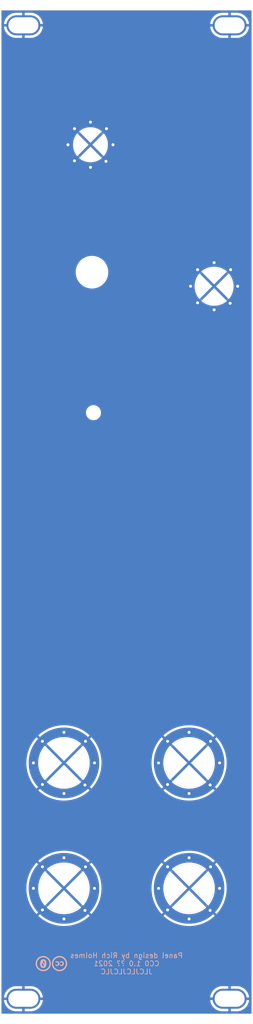
<source format=kicad_pcb>
(kicad_pcb (version 20221018) (generator pcbnew)
  (layers (0 "F.Cu" signal) (31 "B.Cu" signal) (34 "B.Paste" user) (35 "F.Paste" user) (36 "B.SilkS" user "B.Silkscreen") (37 "F.SilkS" user "F.Silkscreen") (38 "B.Mask" user) (39 "F.Mask" user) (44 "Edge.Cuts" user))
  (net 0 "")
  (net 1 "GND")
  (footprint "Kosmo_panel:Kosmo_Panel_Dual_Slotted_Mounting_Holes" (layer "F.Cu") (at 113.1 60.6 180)
    (fp_text reference "H10" hide)
    (fp_text value "Panel")
    (pad "1" thru_hole oval (at 1.4 -194 180) (size 6.8 4) (drill oval 6 3.2) (layers "*.Cu" "*.Mask") (net 1 "GND"))
    (pad "1" thru_hole oval (at 1.4 0 180) (size 6.8 4) (drill oval 6 3.2) (layers "*.Cu" "*.Mask") (net 1 "GND"))
  )
  (footprint "Kosmo_panel:Kosmo_Trimmer_Pot_Hole" (layer "F.Cu") (at 84.5 137.8)
    (fp_text reference "H8" hide)
    (fp_text value "Trimmer_Hole")
    (pad "" np_thru_hole circle (at 0 0) (size 2.5 2.5) (drill 2.5) (layers "*.Mask" "F.Cu"))
  )
  (footprint "Kosmo_panel:Kosmo_Switch_Hole" (layer "F.Cu") (at 83.9 84.4)
    (fp_text reference "H5" hide)
    (fp_text value "Switch_Hole")
    (fp_circle (center 0 0) (end 3.3 0) (stroke (width 0.05)) (fill none) (layer "Edge.Cuts"))
    (pad "1" smd custom (at -4.5 0) (size 0.5 0.5) (layers "F.Cu" "F.Paste" "F.Mask") (net 1 "GND") (options (clearance outline) (anchor circle)) (primitives (gr_circle (center 4.5 0) (end 9 0) (width 2) (fill none))))
    (pad "1" smd custom (at -4.5 0) (size 0.5 0.5) (layers "B.Cu" "B.Paste" "B.Mask") (net 1 "GND") (options (clearance outline) (anchor circle)) (primitives (gr_circle (center 4.5 0) (end 9 0) (width 2) (fill none))))
    (pad "1" thru_hole circle (at -4.5 0) (size 0.8 0.8) (drill 0.6) (layers "*.Mask" "F.Cu" "In1.Cu" "B.Cu") (net 1 "GND"))
    (pad "1" thru_hole circle (at -3.2 -3.2) (size 0.8 0.8) (drill 0.6) (layers "*.Mask" "F.Cu" "In1.Cu" "B.Cu") (net 1 "GND"))
    (pad "1" thru_hole circle (at -3.2 3.2) (size 0.8 0.8) (drill 0.6) (layers "*.Mask" "F.Cu" "In1.Cu" "B.Cu") (net 1 "GND"))
    (pad "1" thru_hole circle (at 0 -4.5) (size 0.8 0.8) (drill 0.6) (layers "*.Mask" "F.Cu" "In1.Cu" "B.Cu") (net 1 "GND"))
    (pad "1" thru_hole circle (at 0 4.5) (size 0.8 0.8) (drill 0.6) (layers "*.Mask" "F.Cu" "In1.Cu" "B.Cu") (net 1 "GND"))
    (pad "1" thru_hole circle (at 3.1 3.3) (size 0.8 0.8) (drill 0.6) (layers "*.Mask" "F.Cu" "In1.Cu" "B.Cu") (net 1 "GND"))
    (pad "1" thru_hole circle (at 3.2 -3.2) (size 0.8 0.8) (drill 0.6) (layers "*.Mask" "F.Cu" "In1.Cu" "B.Cu") (net 1 "GND"))
    (pad "1" thru_hole circle (at 4.5 0) (size 0.8 0.8) (drill 0.6) (layers "*.Mask" "F.Cu" "In1.Cu" "B.Cu") (net 1 "GND"))
  )
  (footprint "Kosmo_panel:Kosmo_Pot_Hole" (layer "F.Cu") (at 108.6 112.6)
    (fp_text reference "H6" hide)
    (fp_text value "Pot_Hole")
    (fp_circle (center 0 0) (end 3.7 0) (stroke (width 0.05)) (fill none) (layer "Edge.Cuts"))
    (pad "1" smd custom (at -4.7 0) (size 0.5 0.5) (layers "F.Cu" "F.Paste" "F.Mask") (net 1 "GND") (options (clearance outline) (anchor circle)) (primitives (gr_circle (center 4.7 0) (end 9.4 0) (width 1.6) (fill none))))
    (pad "1" smd custom (at -4.7 0) (size 0.5 0.5) (layers "B.Cu" "B.Paste" "B.Mask") (net 1 "GND") (options (clearance outline) (anchor circle)) (primitives (gr_circle (center 4.7 0) (end 9.4 0) (width 1.6) (fill none))))
    (pad "1" thru_hole circle (at -4.7 0) (size 0.8 0.8) (drill 0.6) (layers "*.Cu" "*.Mask") (net 1 "GND"))
    (pad "1" thru_hole circle (at -3.3 -3.3) (size 0.8 0.8) (drill 0.6) (layers "*.Cu" "*.Mask") (net 1 "GND"))
    (pad "1" thru_hole circle (at -3.3 3.3) (size 0.8 0.8) (drill 0.6) (layers "*.Cu" "*.Mask") (net 1 "GND"))
    (pad "1" thru_hole circle (at 0 -4.7) (size 0.8 0.8) (drill 0.6) (layers "*.Cu" "*.Mask") (net 1 "GND"))
    (pad "1" thru_hole circle (at 0 4.7) (size 0.8 0.8) (drill 0.6) (layers "*.Cu" "*.Mask") (net 1 "GND"))
    (pad "1" thru_hole circle (at 3.2 3.4) (size 0.8 0.8) (drill 0.6) (layers "*.Cu" "*.Mask") (net 1 "GND"))
    (pad "1" thru_hole circle (at 3.3 -3.3) (size 0.8 0.8) (drill 0.6) (layers "*.Cu" "*.Mask") (net 1 "GND"))
    (pad "1" thru_hole circle (at 4.7 0) (size 0.8 0.8) (drill 0.6) (layers "*.Cu" "*.Mask") (net 1 "GND"))
  )
  (footprint "Kosmo_panel:Kosmo_Jack_Hole" (layer "F.Cu") (at 78.6 207.6)
    (fp_text reference "H1" hide)
    (fp_text value "Jack_Hole")
    (fp_circle (center 0 0) (end 4.9 0) (stroke (width 0.05)) (fill none) (layer "Edge.Cuts"))
    (pad "1" smd custom (at -6.1 0) (size 0.5 0.5) (layers "F.Cu" "F.Paste" "F.Mask") (net 1 "GND") (options (clearance outline) (anchor circle)) (primitives (gr_circle (center 6.1 0) (end 12.2 0) (width 1.9) (fill none))))
    (pad "1" smd custom (at -6.1 0) (size 0.5 0.5) (layers "B.Cu" "B.Paste" "B.Mask") (net 1 "GND") (options (clearance outline) (anchor circle)) (primitives (gr_circle (center 6.1 0) (end 12.2 0) (width 1.9) (fill none))))
    (pad "1" thru_hole circle (at -6.1 0) (size 0.8 0.8) (drill 0.6) (layers "*.Cu" "*.Mask") (net 1 "GND"))
    (pad "1" thru_hole circle (at -4.3 -4.3) (size 0.8 0.8) (drill 0.6) (layers "*.Cu" "*.Mask") (net 1 "GND"))
    (pad "1" thru_hole circle (at -4.3 4.3) (size 0.8 0.8) (drill 0.6) (layers "*.Cu" "*.Mask") (net 1 "GND"))
    (pad "1" thru_hole circle (at 0 -6.1) (size 0.8 0.8) (drill 0.6) (layers "*.Cu" "*.Mask") (net 1 "GND"))
    (pad "1" thru_hole circle (at 0 6.1) (size 0.8 0.8) (drill 0.6) (layers "*.Cu" "*.Mask") (net 1 "GND"))
    (pad "1" thru_hole circle (at 4.2 4.4) (size 0.8 0.8) (drill 0.6) (layers "*.Cu" "*.Mask") (net 1 "GND"))
    (pad "1" thru_hole circle (at 4.3 -4.3) (size 0.8 0.8) (drill 0.6) (layers "*.Cu" "*.Mask") (net 1 "GND"))
    (pad "1" thru_hole circle (at 6.1 0) (size 0.8 0.8) (drill 0.6) (layers "*.Cu" "*.Mask") (net 1 "GND"))
  )
  (footprint "Kosmo_panel:Kosmo_Panel_Dual_Slotted_Mounting_Holes" (layer "F.Cu") (at 69.1 254.6)
    (fp_text reference "H7" hide)
    (fp_text value "Panel")
    (pad "1" thru_hole oval (at 1.4 -194) (size 6.8 4) (drill oval 6 3.2) (layers "*.Cu" "*.Mask") (net 1 "GND"))
    (pad "1" thru_hole oval (at 1.4 0) (size 6.8 4) (drill oval 6 3.2) (layers "*.Cu" "*.Mask") (net 1 "GND"))
  )
  (footprint "Kosmo_panel:Kosmo_LED_Hole" (layer "F.Cu") (at 84.2 109.8)
    (fp_text reference "H9" hide)
    (fp_text value "Led_Hole")
    (pad "" np_thru_hole circle (at 0 0) (size 5 5) (drill 5) (layers "F&B.Cu" "*.Mask"))
  )
  (footprint "Kosmo_panel:Kosmo_Jack_Hole" (layer "F.Cu") (at 78.6 232.6)
    (fp_text reference "H2" hide)
    (fp_text value "Jack_Hole")
    (fp_circle (center 0 0) (end 4.9 0) (stroke (width 0.05)) (fill none) (layer "Edge.Cuts"))
    (pad "1" smd custom (at -6.1 0) (size 0.5 0.5) (layers "F.Cu" "F.Paste" "F.Mask") (net 1 "GND") (options (clearance outline) (anchor circle)) (primitives (gr_circle (center 6.1 0) (end 12.2 0) (width 1.9) (fill none))))
    (pad "1" smd custom (at -6.1 0) (size 0.5 0.5) (layers "B.Cu" "B.Paste" "B.Mask") (net 1 "GND") (options (clearance outline) (anchor circle)) (primitives (gr_circle (center 6.1 0) (end 12.2 0) (width 1.9) (fill none))))
    (pad "1" thru_hole circle (at -6.1 0) (size 0.8 0.8) (drill 0.6) (layers "*.Cu" "*.Mask") (net 1 "GND"))
    (pad "1" thru_hole circle (at -4.3 -4.3) (size 0.8 0.8) (drill 0.6) (layers "*.Cu" "*.Mask") (net 1 "GND"))
    (pad "1" thru_hole circle (at -4.3 4.3) (size 0.8 0.8) (drill 0.6) (layers "*.Cu" "*.Mask") (net 1 "GND"))
    (pad "1" thru_hole circle (at 0 -6.1) (size 0.8 0.8) (drill 0.6) (layers "*.Cu" "*.Mask") (net 1 "GND"))
    (pad "1" thru_hole circle (at 0 6.1) (size 0.8 0.8) (drill 0.6) (layers "*.Cu" "*.Mask") (net 1 "GND"))
    (pad "1" thru_hole circle (at 4.2 4.4) (size 0.8 0.8) (drill 0.6) (layers "*.Cu" "*.Mask") (net 1 "GND"))
    (pad "1" thru_hole circle (at 4.3 -4.3) (size 0.8 0.8) (drill 0.6) (layers "*.Cu" "*.Mask") (net 1 "GND"))
    (pad "1" thru_hole circle (at 6.1 0) (size 0.8 0.8) (drill 0.6) (layers "*.Cu" "*.Mask") (net 1 "GND"))
  )
  (footprint "Kosmo_panel:Kosmo_Jack_Hole" (layer "F.Cu") (at 103.6 207.6)
    (fp_text reference "H3" hide)
    (fp_text value "Jack_Hole")
    (fp_circle (center 0 0) (end 4.9 0) (stroke (width 0.05)) (fill none) (layer "Edge.Cuts"))
    (pad "1" smd custom (at -6.1 0) (size 0.5 0.5) (layers "F.Cu" "F.Paste" "F.Mask") (net 1 "GND") (options (clearance outline) (anchor circle)) (primitives (gr_circle (center 6.1 0) (end 12.2 0) (width 1.9) (fill none))))
    (pad "1" smd custom (at -6.1 0) (size 0.5 0.5) (layers "B.Cu" "B.Paste" "B.Mask") (net 1 "GND") (options (clearance outline) (anchor circle)) (primitives (gr_circle (center 6.1 0) (end 12.2 0) (width 1.9) (fill none))))
    (pad "1" thru_hole circle (at -6.1 0) (size 0.8 0.8) (drill 0.6) (layers "*.Cu" "*.Mask") (net 1 "GND"))
    (pad "1" thru_hole circle (at -4.3 -4.3) (size 0.8 0.8) (drill 0.6) (layers "*.Cu" "*.Mask") (net 1 "GND"))
    (pad "1" thru_hole circle (at -4.3 4.3) (size 0.8 0.8) (drill 0.6) (layers "*.Cu" "*.Mask") (net 1 "GND"))
    (pad "1" thru_hole circle (at 0 -6.1) (size 0.8 0.8) (drill 0.6) (layers "*.Cu" "*.Mask") (net 1 "GND"))
    (pad "1" thru_hole circle (at 0 6.1) (size 0.8 0.8) (drill 0.6) (layers "*.Cu" "*.Mask") (net 1 "GND"))
    (pad "1" thru_hole circle (at 4.2 4.4) (size 0.8 0.8) (drill 0.6) (layers "*.Cu" "*.Mask") (net 1 "GND"))
    (pad "1" thru_hole circle (at 4.3 -4.3) (size 0.8 0.8) (drill 0.6) (layers "*.Cu" "*.Mask") (net 1 "GND"))
    (pad "1" thru_hole circle (at 6.1 0) (size 0.8 0.8) (drill 0.6) (layers "*.Cu" "*.Mask") (net 1 "GND"))
  )
  (footprint "Kosmo_panel:Kosmo_Jack_Hole" (layer "F.Cu") (at 103.6 232.6)
    (fp_text reference "H4" hide)
    (fp_text value "Jack_Hole")
    (fp_circle (center 0 0) (end 4.9 0) (stroke (width 0.05)) (fill none) (layer "Edge.Cuts"))
    (pad "1" smd custom (at -6.1 0) (size 0.5 0.5) (layers "F.Cu" "F.Paste" "F.Mask") (net 1 "GND") (options (clearance outline) (anchor circle)) (primitives (gr_circle (center 6.1 0) (end 12.2 0) (width 1.9) (fill none))))
    (pad "1" smd custom (at -6.1 0) (size 0.5 0.5) (layers "B.Cu" "B.Paste" "B.Mask") (net 1 "GND") (options (clearance outline) (anchor circle)) (primitives (gr_circle (center 6.1 0) (end 12.2 0) (width 1.9) (fill none))))
    (pad "1" thru_hole circle (at -6.1 0) (size 0.8 0.8) (drill 0.6) (layers "*.Cu" "*.Mask") (net 1 "GND"))
    (pad "1" thru_hole circle (at -4.3 -4.3) (size 0.8 0.8) (drill 0.6) (layers "*.Cu" "*.Mask") (net 1 "GND"))
    (pad "1" thru_hole circle (at -4.3 4.3) (size 0.8 0.8) (drill 0.6) (layers "*.Cu" "*.Mask") (net 1 "GND"))
    (pad "1" thru_hole circle (at 0 -6.1) (size 0.8 0.8) (drill 0.6) (layers "*.Cu" "*.Mask") (net 1 "GND"))
    (pad "1" thru_hole circle (at 0 6.1) (size 0.8 0.8) (drill 0.6) (layers "*.Cu" "*.Mask") (net 1 "GND"))
    (pad "1" thru_hole circle (at 4.2 4.4) (size 0.8 0.8) (drill 0.6) (layers "*.Cu" "*.Mask") (net 1 "GND"))
    (pad "1" thru_hole circle (at 4.3 -4.3) (size 0.8 0.8) (drill 0.6) (layers "*.Cu" "*.Mask") (net 1 "GND"))
    (pad "1" thru_hole circle (at 6.1 0) (size 0.8 0.8) (drill 0.6) (layers "*.Cu" "*.Mask") (net 1 "GND"))
  )
  (footprint "AO_tht:CC0_logo" (layer "B.Cu") (at 76.1 247.6 180)
    (fp_text reference "GRAF3" hide)
    (fp_text value "CC0 logo" hide)
    (fp_poly (pts (xy -1.885462 0.447357) (xy -1.80796 0.416229) (xy -1.734173 0.37) (xy -1.677964 0.318156) (xy -1.661191 0.293865) (xy -1.654405 0.269539) (xy -1.668257 0.247419) (xy -1.709064 0.219701) (xy -1.731679 0.206789) (xy -1.821809 0.156415) (xy -1.888507 0.214977) (xy -1.960737 0.261481) (xy -2.032889 0.270561) (xy -2.108372 0.245153) (xy -2.162338 0.200425) (xy -2.19441 0.131222) (xy -2.205949 0.03361) (xy -2.20416 -0.031687) (xy -2.197588 -0.10471) (xy -2.185977 -0.152001) (xy -2.164231 -0.186901) (xy -2.133179 -0.217499) (xy -2.057933 -0.264544) (xy -1.981404 -0.272549) (xy -1.903904 -0.241518) (xy -1.867775 -0.213928) (xy -1.799883 -0.154317) (xy -1.720557 -0.194786) (xy -1.673096 -0.222496) (xy -1.644755 -0.245796) (xy -1.641231 -0.252736) (xy -1.654834 -0.274078) (xy -1.690081 -0.311448) (xy -1.727998 -0.346592) (xy -1.841914 -0.423137) (xy -1.965441 -0.462801) (xy -2.094244 -0.464942) (xy -2.223988 -0.428916) (xy -2.238695 -0.422334) (xy -2.345027 -0.354034) (xy -2.420464 -0.262318) (xy -2.465242 -0.146736) (xy -2.479597 -0.006835) (xy -2.478269 0.035499) (xy -2.468911 0.125283) (xy -2.449251 0.195064) (xy -2.413931 0.263602) (xy -2.412411 0.266102) (xy -2.33328 0.360131) (xy -2.230981 0.425953) (xy -2.111332 0.461567) (xy -1.980151 0.46497) (xy -1.885462 0.447357)) (stroke (width 0.01)) (fill solid) (layer "B.SilkS"))
    (fp_poly (pts (xy -1.01024 0.448053) (xy -0.908378 0.40803) (xy -0.825953 0.349289) (xy -0.779557 0.289126) (xy -0.775227 0.265623) (xy -0.793686 0.241428) (xy -0.840859 0.209511) (xy -0.852388 0.202677) (xy -0.906758 0.17294) (xy -0.938765 0.163009) (xy -0.958361 0.17072) (xy -0.964922 0.178217) (xy -1.013678 0.224964) (xy -1.073913 0.260146) (xy -1.12689 0.273539) (xy -1.208245 0.256466) (xy -1.27031 0.207135) (xy -1.310986 0.128382) (xy -1.328177 0.023042) (xy -1.328616 0.000962) (xy -1.315565 -0.10452) (xy -1.279697 -0.187197) (xy -1.225937 -0.243996) (xy -1.159213 -0.271845) (xy -1.084451 -0.267673) (xy -1.006578 -0.228406) (xy -0.986663 -0.212275) (xy -0.916888 -0.151013) (xy -0.839444 -0.185935) (xy -0.79209 -0.212301) (xy -0.764706 -0.237249) (xy -0.762 -0.244709) (xy -0.777365 -0.276272) (xy -0.817095 -0.319399) (xy -0.871639 -0.366241) (xy -0.931448 -0.408947) (xy -0.986973 -0.43967) (xy -1.00907 -0.447792) (xy -1.148419 -0.468493) (xy -1.280352 -0.450937) (xy -1.363723 -0.418395) (xy -1.467214 -0.346141) (xy -1.542881 -0.248191) (xy -1.588536 -0.128345) (xy -1.602154 -0.004694) (xy -1.585124 0.126514) (xy -1.536905 0.245772) (xy -1.4618 0.345922) (xy -1.364117 0.419804) (xy -1.339475 0.432072) (xy -1.235087 0.462447) (xy -1.122242 0.466983) (xy -1.01024 0.448053)) (stroke (width 0.01)) (fill solid) (layer "B.SilkS"))
    (fp_poly (pts (xy 1.718811 0.866259) (xy 1.783433 0.858563) (xy 1.8415 0.840803) (xy 1.900438 0.814116) (xy 2.015396 0.738004) (xy 2.107653 0.63303) (xy 2.177998 0.497849) (xy 2.227221 0.331117) (xy 2.24543 0.226536) (xy 2.261732 0.072822) (xy 2.263518 -0.063482) (xy 2.250516 -0.201356) (xy 2.238221 -0.277732) (xy 2.1934 -0.451964) (xy 2.126711 -0.598191) (xy 2.039491 -0.714342) (xy 1.933076 -0.798346) (xy 1.887208 -0.821706) (xy 1.794059 -0.850276) (xy 1.681724 -0.866619) (xy 1.568671 -0.868967) (xy 1.490717 -0.859705) (xy 1.4154 -0.839781) (xy 1.353805 -0.811095) (xy 1.290906 -0.765485) (xy 1.247215 -0.727434) (xy 1.157059 -0.622255) (xy 1.089193 -0.48908) (xy 1.07861 -0.451694) (xy 1.484923 -0.451694) (xy 1.501634 -0.498731) (xy 1.545315 -0.530658) (xy 1.606292 -0.545931) (xy 1.674889 -0.543004) (xy 1.741429 -0.520334) (xy 1.774755 -0.497962) (xy 1.816901 -0.448793) (xy 1.854205 -0.382909) (xy 1.864849 -0.356308) (xy 1.88411 -0.277223) (xy 1.89875 -0.173359) (xy 1.907803 -0.058843) (xy 1.910303 0.052198) (xy 1.905284 0.145638) (xy 1.901108 0.174111) (xy 1.884973 0.260298) (xy 1.684948 -0.083738) (xy 1.624344 -0.189104) (xy 1.571119 -0.283798) (xy 1.52824 -0.362368) (xy 1.498669 -0.41936) (xy 1.485371 -0.449321) (xy 1.484923 -0.451694) (xy 1.07861 -0.451694) (xy 1.043164 -0.326483) (xy 1.01852 -0.133041) (xy 1.015195 -0.034984) (xy 1.361854 -0.034984) (xy 1.363815 -0.095716) (xy 1.365833 -0.141666) (xy 1.368582 -0.174212) (xy 1.374422 -0.190645) (xy 1.385712 -0.188254) (xy 1.404811 -0.16433) (xy 1.434079 -0.116164) (xy 1.475876 -0.041045) (xy 1.532562 0.063737) (xy 1.581079 0.153804) (xy 1.640141 0.264381) (xy 1.682165 0.346344) (xy 1.709345 0.405094) (xy 1.723875 0.446033) (xy 1.727947 0.474566) (xy 1.723754 0.496092) (xy 1.721855 0.500611) (xy 1.68592 0.536803) (xy 1.627827 0.547355) (xy 1.555436 0.531648) (xy 1.521317 0.516383) (xy 1.464215 0.465864) (xy 1.418724 0.381603) (xy 1.385837 0.267465) (xy 1.366549 0.127314) (xy 1.361854 -0.034984) (xy 1.015195 -0.034984) (xy 1.013762 0.007269) (xy 1.024688 0.220322) (xy 1.059279 0.402862) (xy 1.117786 0.555661) (xy 1.200462 0.679494) (xy 1.248508 0.728604) (xy 1.333991 0.795416) (xy 1.420481 0.837758) (xy 1.520566 0.860181) (xy 1.631461 0.867075) (xy 1.718811 0.866259)) (stroke (width 0.01)) (fill solid) (layer "B.SilkS"))
    (fp_poly (pts (xy 1.937449 1.488413) (xy 2.165128 1.427681) (xy 2.377239 1.336055) (xy 2.447398 1.296292) (xy 2.555932 1.219221) (xy 2.671208 1.118507) (xy 2.782641 1.004866) (xy 2.879647 0.889018) (xy 2.946112 0.791308) (xy 3.045923 0.585001) (xy 3.11415 0.364759) (xy 3.150694 0.136541) (xy 3.155457 -0.093698) (xy 3.12834 -0.32) (xy 3.069247 -0.536409) (xy 2.978077 -0.736967) (xy 2.971503 -0.748509) (xy 2.84694 -0.927855) (xy 2.691596 -1.091903) (xy 2.512465 -1.235367) (xy 2.316538 -1.352963) (xy 2.110807 -1.439403) (xy 2.023637 -1.465024) (xy 1.893912 -1.490687) (xy 1.748397 -1.507309) (xy 1.602282 -1.513928) (xy 1.470755 -1.509587) (xy 1.417299 -1.503333) (xy 1.177964 -1.446757) (xy 0.951186 -1.353934) (xy 0.741335 -1.2268) (xy 0.669682 -1.172122) (xy 0.498435 -1.00945) (xy 0.35804 -0.826151) (xy 0.249021 -0.626239) (xy 0.171902 -0.41373) (xy 0.127209 -0.192639) (xy 0.118984 -0.034606) (xy 0.380802 -0.034606) (xy 0.405936 -0.245751) (xy 0.467321 -0.45069) (xy 0.551733 -0.623249) (xy 0.614924 -0.713441) (xy 0.701005 -0.813314) (xy 0.799428 -0.912322) (xy 0.89965 -0.99992) (xy 0.991124 -1.065561) (xy 0.998443 -1.069958) (xy 1.196064 -1.164254) (xy 1.404843 -1.221992) (xy 1.620757 -1.242623) (xy 1.839786 -1.225598) (xy 1.956747 -1.200863) (xy 2.127697 -1.140458) (xy 2.297418 -1.051041) (xy 2.454712 -0.939843) (xy 2.588382 -0.814097) (xy 2.627915 -0.767478) (xy 2.745701 -0.589023) (xy 2.828533 -0.398686) (xy 2.877095 -0.20062) (xy 2.892068 0.001025) (xy 2.874137 0.202096) (xy 2.823983 0.398442) (xy 2.74229 0.585911) (xy 2.629741 0.760353) (xy 2.487017 0.917615) (xy 2.330082 1.043259) (xy 2.149405 1.143654) (xy 1.952948 1.211144) (xy 1.746545 1.245378) (xy 1.536028 1.246007) (xy 1.327231 1.212681) (xy 1.125987 1.14505) (xy 1.069661 1.118866) (xy 0.925853 1.029542) (xy 0.786385 0.909758) (xy 0.658542 0.768022) (xy 0.54961 0.61284) (xy 0.466877 0.452718) (xy 0.441544 0.385589) (xy 0.392483 0.177567) (xy 0.380802 -0.034606) (xy 0.118984 -0.034606) (xy 0.115464 0.033018) (xy 0.137192 0.259228) (xy 0.192918 0.481975) (xy 0.283167 0.697244) (xy 0.400416 0.889849) (xy 0.528616 1.042922) (xy 0.682877 1.183446) (xy 0.854449 1.305304) (xy 1.034582 1.402374) (xy 1.214524 1.46854) (xy 1.236086 1.474212) (xy 1.465421 1.512781) (xy 1.701711 1.517147) (xy 1.937449 1.488413)) (stroke (width 0.01)) (fill solid) (layer "B.SilkS"))
    (fp_poly (pts (xy -1.345762 1.496705) (xy -1.119275 1.439275) (xy -0.906042 1.349139) (xy -0.709636 1.228177) (xy -0.533628 1.078271) (xy -0.381589 0.901304) (xy -0.257089 0.699156) (xy -0.244249 0.673459) (xy -0.193712 0.562705) (xy -0.156951 0.461868) (xy -0.131999 0.360933) (xy -0.116892 0.249886) (xy -0.109665 0.118713) (xy -0.108257 -0.019538) (xy -0.109141 -0.139418) (xy -0.111786 -0.22955) (xy -0.117274 -0.299255) (xy -0.126685 -0.357855) (xy -0.141101 -0.414672) (xy -0.161488 -0.478692) (xy -0.25232 -0.689619) (xy -0.376092 -0.885212) (xy -0.528345 -1.061404) (xy -0.704617 -1.214128) (xy -0.90045 -1.339317) (xy -1.111382 -1.432904) (xy -1.253751 -1.474692) (xy -1.376333 -1.496312) (xy -1.517661 -1.509844) (xy -1.661804 -1.51454) (xy -1.792831 -1.50965) (xy -1.852036 -1.502835) (xy -2.065147 -1.451615) (xy -2.27496 -1.365903) (xy -2.472932 -1.249928) (xy -2.650519 -1.107922) (xy -2.651575 -1.106935) (xy -2.818861 -0.925473) (xy -2.952401 -0.726943) (xy -3.051194 -0.51425) (xy -3.114239 -0.290302) (xy -3.140535 -0.058003) (xy -3.137084 0.013629) (xy -2.862601 0.013629) (xy -2.860389 -0.11978) (xy -2.848612 -0.238052) (xy -2.834995 -0.302846) (xy -2.76038 -0.500843) (xy -2.653427 -0.685299) (xy -2.518836 -0.850554) (xy -2.361307 -0.990947) (xy -2.185539 -1.100816) (xy -2.16364 -1.111586) (xy -2.076119 -1.149895) (xy -1.986608 -1.18332) (xy -1.911196 -1.20599) (xy -1.895231 -1.209527) (xy -1.827822 -1.222939) (xy -1.771304 -1.234585) (xy -1.748692 -1.239505) (xy -1.699174 -1.244004) (xy -1.623233 -1.243264) (xy -1.533045 -1.238131) (xy -1.440787 -1.229448) (xy -1.358637 -1.218062) (xy -1.315852 -1.209472) (xy -1.145852 -1.152534) (xy -0.976986 -1.06724) (xy -0.819642 -0.960299) (xy -0.684202 -0.838415) (xy -0.614407 -0.756457) (xy -0.512259 -0.606814) (xy -0.439983 -0.465157) (xy -0.393839 -0.320154) (xy -0.370085 -0.160468) (xy -0.364724 0) (xy -0.366764 0.109115) (xy -0.372805 0.192678) (xy -0.384761 0.264156) (xy -0.404547 0.33702) (xy -0.418866 0.380813) (xy -0.509318 0.589261) (xy -0.630477 0.774366) (xy -0.780224 0.93399) (xy -0.956439 1.06599) (xy -1.157005 1.168227) (xy -1.223114 1.193304) (xy -1.334844 1.221816) (xy -1.470736 1.240097) (xy -1.617025 1.247316) (xy -1.759944 1.242644) (xy -1.853669 1.231343) (xy -2.041649 1.180435) (xy -2.221627 1.094685) (xy -2.389038 0.978174) (xy -2.539315 0.834985) (xy -2.667892 0.6692) (xy -2.770203 0.484902) (xy -2.815676 0.371231) (xy -2.839862 0.272479) (xy -2.855631 0.14883) (xy -2.862601 0.013629) (xy -3.137084 0.013629) (xy -3.12908 0.179741) (xy -3.118648 0.248748) (xy -3.060541 0.481714) (xy -2.970059 0.695081) (xy -2.845439 0.892109) (xy -2.684913 1.07606) (xy -2.655132 1.105115) (xy -2.474249 1.256065) (xy -2.283837 1.370769) (xy -2.078478 1.451842) (xy -1.852752 1.501896) (xy -1.824219 1.505919) (xy -1.581934 1.519547) (xy -1.345762 1.496705)) (stroke (width 0.01)) (fill solid) (layer "B.SilkS"))
  )
  (gr_line (start 66.1 257.6) (end 116.1 257.6) (stroke (width 0.1)) (layer "Edge.Cuts"))
  (gr_line (start 116.1 57.6) (end 66.1 57.6) (stroke (width 0.1)) (layer "Edge.Cuts"))
  (gr_line (start 66.1 57.6) (end 66.1 257.6) (stroke (width 0.1)) (layer "Edge.Cuts"))
  (gr_line (start 116.1 257.6) (end 116.1 57.6) (stroke (width 0.1)) (layer "Edge.Cuts"))
  (gr_text "Panel design by Rich Holmes\nCC0 1.0 ?? 2021\nJLCJLCJLCJLC" (at 91.1 247.6) (layer "B.SilkS") (effects (font (size 1 1)) (justify mirror)))
  (zone (net 1) (net_name "GND") (layers "F&B.Cu") (connect_pads (clearance 0.508)) (min_thickness 0.254) (fill yes (thermal_gap 0.508) (thermal_bridge_width 0.508))
    (polygon (pts (xy 116.1 257.6) (xy 66.1 257.6) (xy 66.1 57.6) (xy 116.1 57.6)))
  )
)
</source>
